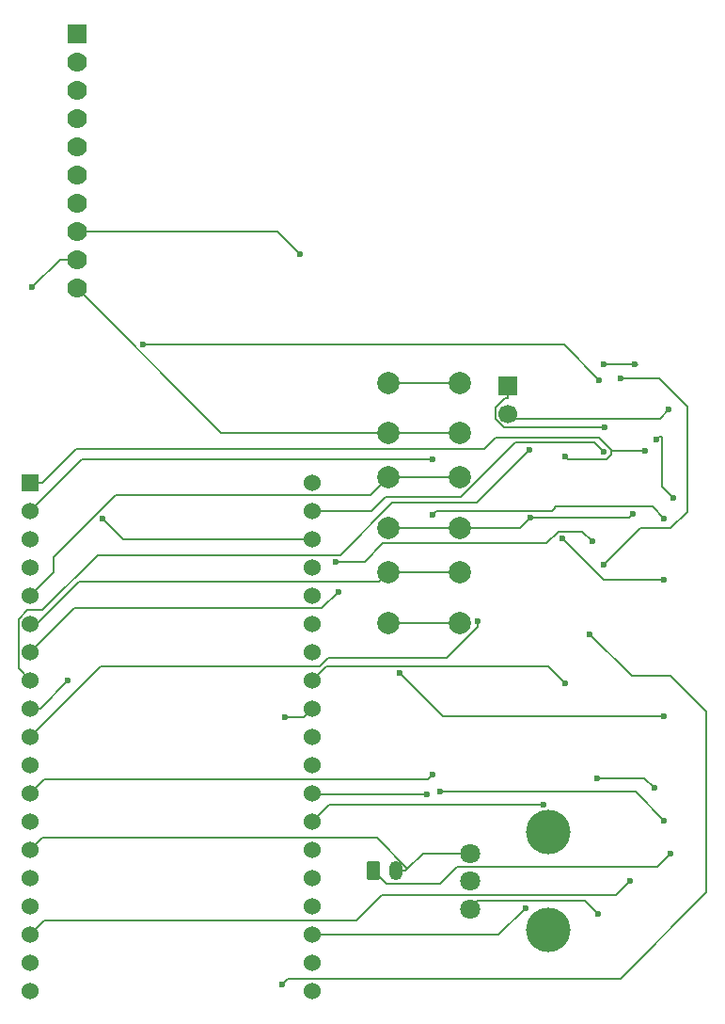
<source format=gbr>
%TF.GenerationSoftware,KiCad,Pcbnew,9.0.5*%
%TF.CreationDate,2025-11-09T15:59:44-08:00*%
%TF.ProjectId,Radio,52616469-6f2e-46b6-9963-61645f706362,rev?*%
%TF.SameCoordinates,Original*%
%TF.FileFunction,Copper,L2,Bot*%
%TF.FilePolarity,Positive*%
%FSLAX46Y46*%
G04 Gerber Fmt 4.6, Leading zero omitted, Abs format (unit mm)*
G04 Created by KiCad (PCBNEW 9.0.5) date 2025-11-09 15:59:44*
%MOMM*%
%LPD*%
G01*
G04 APERTURE LIST*
G04 Aperture macros list*
%AMRoundRect*
0 Rectangle with rounded corners*
0 $1 Rounding radius*
0 $2 $3 $4 $5 $6 $7 $8 $9 X,Y pos of 4 corners*
0 Add a 4 corners polygon primitive as box body*
4,1,4,$2,$3,$4,$5,$6,$7,$8,$9,$2,$3,0*
0 Add four circle primitives for the rounded corners*
1,1,$1+$1,$2,$3*
1,1,$1+$1,$4,$5*
1,1,$1+$1,$6,$7*
1,1,$1+$1,$8,$9*
0 Add four rect primitives between the rounded corners*
20,1,$1+$1,$2,$3,$4,$5,0*
20,1,$1+$1,$4,$5,$6,$7,0*
20,1,$1+$1,$6,$7,$8,$9,0*
20,1,$1+$1,$8,$9,$2,$3,0*%
G04 Aperture macros list end*
%TA.AperFunction,Conductor*%
%ADD10C,0.200000*%
%TD*%
%TA.AperFunction,ComponentPad*%
%ADD11RoundRect,0.250000X-0.350000X-0.625000X0.350000X-0.625000X0.350000X0.625000X-0.350000X0.625000X0*%
%TD*%
%TA.AperFunction,ComponentPad*%
%ADD12O,1.200000X1.750000*%
%TD*%
%TA.AperFunction,ComponentPad*%
%ADD13C,2.000000*%
%TD*%
%TA.AperFunction,ComponentPad*%
%ADD14R,1.778000X1.778000*%
%TD*%
%TA.AperFunction,ComponentPad*%
%ADD15C,1.778000*%
%TD*%
%TA.AperFunction,WasherPad*%
%ADD16C,4.000000*%
%TD*%
%TA.AperFunction,ComponentPad*%
%ADD17C,1.800000*%
%TD*%
%TA.AperFunction,ComponentPad*%
%ADD18R,1.530000X1.530000*%
%TD*%
%TA.AperFunction,ComponentPad*%
%ADD19C,1.530000*%
%TD*%
%TA.AperFunction,ComponentPad*%
%ADD20R,1.700000X1.700000*%
%TD*%
%TA.AperFunction,ComponentPad*%
%ADD21C,1.700000*%
%TD*%
%TA.AperFunction,ViaPad*%
%ADD22C,0.600000*%
%TD*%
G04 APERTURE END LIST*
D10*
%TO.N,GND*%
X181000000Y-80250000D02*
X184000000Y-80250000D01*
%TD*%
D11*
%TO.P,BT1,1,+*%
%TO.N,Net-(BT1-+)*%
X160250000Y-125800000D03*
D12*
%TO.P,BT1,2,-*%
%TO.N,GND*%
X162250000Y-125800000D03*
%TD*%
D13*
%TO.P,SW2,1,1*%
%TO.N,Net-(U6-IO34)*%
X161557500Y-90430000D03*
X168057500Y-90430000D03*
%TO.P,SW2,2,2*%
%TO.N,GND*%
X161557500Y-94930000D03*
X168057500Y-94930000D03*
%TD*%
D14*
%TO.P,U5,1,LITE*%
%TO.N,+3V3*%
X133532500Y-50505000D03*
D15*
%TO.P,U5,2,MISO*%
%TO.N,unconnected-(U5-MISO-Pad2)*%
X133532500Y-53045000D03*
%TO.P,U5,3,SCK*%
%TO.N,Net-(U5-SCK)*%
X133532500Y-55585000D03*
%TO.P,U5,4,MOSI*%
%TO.N,Net-(U5-MOSI)*%
X133532500Y-58125000D03*
%TO.P,U5,5,TFT_CS*%
%TO.N,Net-(U5-TFT_CS)*%
X133532500Y-60665000D03*
%TO.P,U5,6,CARD_CS*%
%TO.N,unconnected-(U5-CARD_CS-Pad6)*%
X133532500Y-63205000D03*
%TO.P,U5,7,D/C*%
%TO.N,Net-(U5-D{slash}C)*%
X133532500Y-65745000D03*
%TO.P,U5,8,RESET*%
%TO.N,Net-(U5-RESET)*%
X133532500Y-68285000D03*
%TO.P,U5,9,VCC*%
%TO.N,+3V3*%
X133532500Y-70825000D03*
%TO.P,U5,10,GND*%
%TO.N,GND*%
X133532500Y-73365000D03*
%TD*%
D16*
%TO.P,RV1,*%
%TO.N,*%
X175950000Y-122350000D03*
X175950000Y-131150000D03*
D17*
%TO.P,RV1,1,1*%
%TO.N,+3V3*%
X168950000Y-129250000D03*
%TO.P,RV1,2,2*%
%TO.N,Net-(U6-IO16)*%
X168950000Y-126750000D03*
%TO.P,RV1,3,3*%
%TO.N,GND*%
X168950000Y-124250000D03*
%TD*%
D13*
%TO.P,SW3,1,1*%
%TO.N,Net-(U6-IO35)*%
X161557500Y-98980000D03*
X168057500Y-98980000D03*
%TO.P,SW3,2,2*%
%TO.N,GND*%
X161557500Y-103480000D03*
X168057500Y-103480000D03*
%TD*%
D18*
%TO.P,U6,1,3V3*%
%TO.N,+3V3*%
X129350000Y-90900000D03*
D19*
%TO.P,U6,2,EN*%
%TO.N,Net-(U6-EN)*%
X129350000Y-93440000D03*
%TO.P,U6,3,SENSOR_VP*%
%TO.N,unconnected-(U6-SENSOR_VP-Pad3)*%
X129350000Y-95980000D03*
%TO.P,U6,4,SENSOR_VN*%
%TO.N,unconnected-(U6-SENSOR_VN-Pad4)*%
X129350000Y-98520000D03*
%TO.P,U6,5,IO34*%
%TO.N,Net-(U6-IO34)*%
X129350000Y-101060000D03*
%TO.P,U6,6,IO35*%
%TO.N,Net-(U6-IO35)*%
X129350000Y-103600000D03*
%TO.P,U6,7,IO32*%
%TO.N,Net-(U6-IO32)*%
X129350000Y-106140000D03*
%TO.P,U6,8,IO33*%
%TO.N,Net-(MK2-WS)*%
X129350000Y-108680000D03*
%TO.P,U6,9,IO25*%
%TO.N,Net-(MK2-SCK)*%
X129350000Y-111220000D03*
%TO.P,U6,10,IO26*%
%TO.N,Net-(MK2-SD)*%
X129350000Y-113760000D03*
%TO.P,U6,11,IO27*%
%TO.N,unconnected-(U6-IO27-Pad11)*%
X129350000Y-116300000D03*
%TO.P,U6,12,IO14*%
%TO.N,Net-(U2-~{RESET})*%
X129350000Y-118840000D03*
%TO.P,U6,13,IO12*%
%TO.N,Net-(U5-MOSI)*%
X129350000Y-121380000D03*
%TO.P,U6,14,GND1*%
%TO.N,GND*%
X129350000Y-123920000D03*
%TO.P,U6,15,IO13*%
%TO.N,Net-(U5-D{slash}C)*%
X129350000Y-126460000D03*
%TO.P,U6,16,SD2*%
%TO.N,unconnected-(U6-SD2-Pad16)*%
X129350000Y-129000000D03*
%TO.P,U6,17,SD3*%
%TO.N,Net-(U3-LRCLK)*%
X129350000Y-131540000D03*
%TO.P,U6,18,CMD*%
%TO.N,unconnected-(U6-CMD-Pad18)*%
X129350000Y-134080000D03*
%TO.P,U6,19,EXT_5V*%
%TO.N,unconnected-(U6-EXT_5V-Pad19)*%
X129350000Y-136620000D03*
%TO.P,U6,20,CLK*%
%TO.N,Net-(U5-SCK)*%
X154750000Y-136620000D03*
%TO.P,U6,21,SD0*%
%TO.N,unconnected-(U6-SD0-Pad21)*%
X154750000Y-134080000D03*
%TO.P,U6,22,SD1*%
%TO.N,Net-(U3-DIN)*%
X154750000Y-131540000D03*
%TO.P,U6,23,IO15*%
%TO.N,Net-(U5-RESET)*%
X154750000Y-129000000D03*
%TO.P,U6,24,IO2*%
%TO.N,Net-(U3-BCLK)*%
X154750000Y-126460000D03*
%TO.P,U6,25,IO0*%
%TO.N,unconnected-(U6-IO0-Pad25)*%
X154750000Y-123920000D03*
%TO.P,U6,26,IO4*%
%TO.N,Net-(U2-DIO0)*%
X154750000Y-121380000D03*
%TO.P,U6,27,IO16*%
%TO.N,Net-(U6-IO16)*%
X154750000Y-118840000D03*
%TO.P,U6,28,IO17*%
%TO.N,unconnected-(U6-IO17-Pad28)*%
X154750000Y-116300000D03*
%TO.P,U6,29,IO5*%
%TO.N,Net-(U2-NSS)*%
X154750000Y-113760000D03*
%TO.P,U6,30,IO18*%
%TO.N,Net-(U2-SCK)*%
X154750000Y-111220000D03*
%TO.P,U6,31,IO19*%
%TO.N,Net-(U2-MISO)*%
X154750000Y-108680000D03*
%TO.P,U6,32,GND2*%
%TO.N,unconnected-(U6-GND2-Pad32)*%
X154750000Y-106140000D03*
%TO.P,U6,33,IO21*%
%TO.N,unconnected-(U6-IO21-Pad33)*%
X154750000Y-103600000D03*
%TO.P,U6,34,RXD0*%
%TO.N,unconnected-(U6-RXD0-Pad34)*%
X154750000Y-101060000D03*
%TO.P,U6,35,TXD0*%
%TO.N,unconnected-(U6-TXD0-Pad35)*%
X154750000Y-98520000D03*
%TO.P,U6,36,IO22*%
%TO.N,Net-(U5-TFT_CS)*%
X154750000Y-95980000D03*
%TO.P,U6,37,IO23*%
%TO.N,Net-(U2-MOSI)*%
X154750000Y-93440000D03*
%TO.P,U6,38,GND3*%
%TO.N,unconnected-(U6-GND3-Pad38)*%
X154750000Y-90900000D03*
%TD*%
D20*
%TO.P,LS1,1,1*%
%TO.N,Net-(C2-Pad2)*%
X172377500Y-82150000D03*
D21*
%TO.P,LS1,2,2*%
%TO.N,Net-(U3-OUTN)*%
X172377500Y-84690000D03*
%TD*%
D13*
%TO.P,SW1,1,1*%
%TO.N,Net-(U6-IO32)*%
X161557500Y-81880000D03*
X168057500Y-81880000D03*
%TO.P,SW1,2,2*%
%TO.N,GND*%
X161557500Y-86380000D03*
X168057500Y-86380000D03*
%TD*%
D22*
%TO.N,GND*%
X183612600Y-93698100D03*
X181000000Y-80250000D03*
X183750000Y-80250000D03*
X174343900Y-94058900D03*
%TO.N,Net-(BT1-+)*%
X186998000Y-124240000D03*
%TO.N,Net-(U4-VI)*%
X162601000Y-108009000D03*
X186410000Y-111893000D03*
%TO.N,Net-(C2-Pad2)*%
X185561600Y-118356900D03*
X181073000Y-85927300D03*
X180425400Y-117456200D03*
%TO.N,Net-(U3-OUTP)*%
X187250000Y-92250000D03*
X185750000Y-87000000D03*
%TO.N,Net-(U4-VO)*%
X166279000Y-118666000D03*
X186410000Y-121250000D03*
%TO.N,+3V3*%
X180457900Y-129707800D03*
X129547000Y-73293000D03*
X184690000Y-87997600D03*
X177481800Y-88503100D03*
%TO.N,Net-(U3-OUTN)*%
X186844000Y-84296900D03*
%TO.N,Net-(MK2-SD)*%
X169601000Y-103310000D03*
%TO.N,Net-(MK2-SCK)*%
X139538800Y-78488400D03*
X132766200Y-108702400D03*
X180548000Y-81628000D03*
%TO.N,Net-(MK2-WS)*%
X174286000Y-87919400D03*
%TO.N,Net-(U6-EN)*%
X186410000Y-94077400D03*
X165577400Y-88792400D03*
X165573400Y-93805000D03*
%TO.N,Net-(U6-IO16)*%
X165027400Y-118928700D03*
%TO.N,Net-(U6-IO32)*%
X157101800Y-100695200D03*
%TO.N,Net-(U2-MISO)*%
X177482000Y-108923000D03*
%TO.N,Net-(U2-NSS)*%
X179946400Y-96182200D03*
X156826100Y-98006900D03*
%TO.N,Net-(U2-SCK)*%
X179750000Y-104500000D03*
X152000000Y-136000000D03*
X152250000Y-112000000D03*
%TO.N,Net-(U2-~{RESET})*%
X165572000Y-117156000D03*
%TO.N,Net-(U2-DIO0)*%
X175558000Y-119833000D03*
%TO.N,Net-(U2-MOSI)*%
X181023000Y-88139000D03*
%TO.N,Net-(U3-DIN)*%
X182500000Y-81500000D03*
X173923000Y-129126000D03*
X181000000Y-98250000D03*
%TO.N,Net-(U3-LRCLK)*%
X183360000Y-126739000D03*
%TO.N,Net-(U5-TFT_CS)*%
X135816000Y-94077400D03*
%TO.N,Net-(U5-RESET)*%
X153673000Y-70323800D03*
%TO.N,Net-(J1-In)*%
X186404000Y-99618100D03*
X177259000Y-95923000D03*
%TD*%
D10*
%TO.N,GND*%
X162250000Y-125800000D02*
X163152000Y-125800000D01*
X168058000Y-103480000D02*
X161558000Y-103480000D01*
X183251800Y-94058900D02*
X174343900Y-94058900D01*
X133532500Y-73365000D02*
X133532300Y-73365200D01*
X161557500Y-94930000D02*
X161558000Y-94930000D01*
X161557500Y-86380000D02*
X161558000Y-86380000D01*
X168057500Y-86380000D02*
X161557500Y-86380000D01*
X163318100Y-125633900D02*
X160537500Y-122853300D01*
X130416700Y-122853300D02*
X129350000Y-123920000D01*
X161557500Y-103480000D02*
X161558000Y-103480000D01*
X173472800Y-94930000D02*
X174343900Y-94058900D01*
X160537500Y-122853300D02*
X130416700Y-122853300D01*
X168058000Y-94930000D02*
X173472800Y-94930000D01*
X133532000Y-73365000D02*
X133532300Y-73365200D01*
X161558000Y-94930000D02*
X168057500Y-94930000D01*
X146548000Y-86380000D02*
X161557500Y-86380000D01*
X133532300Y-73365200D02*
X146548000Y-86380000D01*
X183612600Y-93698100D02*
X183251800Y-94058900D01*
X164702000Y-124250000D02*
X168950000Y-124250000D01*
X168057500Y-94930000D02*
X168058000Y-94930000D01*
X163318100Y-125633900D02*
X164702000Y-124250000D01*
X163152000Y-125800000D02*
X163318100Y-125633900D01*
%TO.N,Net-(BT1-+)*%
X185775000Y-125463000D02*
X167808000Y-125463000D01*
X166279000Y-126992000D02*
X161442000Y-126992000D01*
X161442000Y-126992000D02*
X160250000Y-125800000D01*
X186998000Y-124240000D02*
X185775000Y-125463000D01*
X167808000Y-125463000D02*
X166279000Y-126992000D01*
%TO.N,Net-(U4-VI)*%
X186410000Y-111893000D02*
X166484000Y-111893000D01*
X166484000Y-111893000D02*
X162601000Y-108009000D01*
%TO.N,Net-(C2-Pad2)*%
X172377500Y-82150000D02*
X172377500Y-83301700D01*
X172089500Y-83301700D02*
X172377500Y-83301700D01*
X171978700Y-85927300D02*
X171225800Y-85174400D01*
X180425400Y-117456200D02*
X184660900Y-117456200D01*
X181073000Y-85927300D02*
X171978700Y-85927300D01*
X171225800Y-84165400D02*
X172089500Y-83301700D01*
X171225800Y-85174400D02*
X171225800Y-84165400D01*
X184660900Y-117456200D02*
X185561600Y-118356900D01*
%TO.N,Net-(U3-OUTP)*%
X186250000Y-91250000D02*
X186250000Y-91000000D01*
X186000000Y-86750000D02*
X185750000Y-87000000D01*
X186250000Y-86750000D02*
X186000000Y-86750000D01*
X187250000Y-92250000D02*
X186250000Y-91250000D01*
X186250000Y-91000000D02*
X186250000Y-86750000D01*
%TO.N,Net-(U4-VO)*%
X183826000Y-118666000D02*
X186410000Y-121250000D01*
X166279000Y-118666000D02*
X183826000Y-118666000D01*
%TO.N,+3V3*%
X177481800Y-88503100D02*
X177725600Y-88746900D01*
X181657400Y-88367100D02*
X181657400Y-87997600D01*
X180457900Y-129707800D02*
X179274400Y-128524300D01*
X181657400Y-87997600D02*
X184690000Y-87997600D01*
X133532000Y-70825000D02*
X132015000Y-70825000D01*
X181657400Y-87907800D02*
X180577500Y-86827900D01*
X181657400Y-87997600D02*
X181657400Y-87907800D01*
X179274400Y-128524300D02*
X169675700Y-128524300D01*
X169675700Y-128524300D02*
X168950000Y-129250000D01*
X177725600Y-88746900D02*
X181277600Y-88746900D01*
X133455500Y-87861200D02*
X130416700Y-90900000D01*
X132015000Y-70825000D02*
X129547000Y-73293000D01*
X171248600Y-86827900D02*
X170215300Y-87861200D01*
X133532500Y-70825000D02*
X133532000Y-70825000D01*
X181277600Y-88746900D02*
X181657400Y-88367100D01*
X180577500Y-86827900D02*
X171248600Y-86827900D01*
X129350000Y-90900000D02*
X130416700Y-90900000D01*
X170215300Y-87861200D02*
X133455500Y-87861200D01*
%TO.N,Net-(U3-OUTN)*%
X172378000Y-84690000D02*
X172583000Y-84895100D01*
X172583000Y-84895100D02*
X172582600Y-84895100D01*
X172788000Y-85100200D02*
X186041000Y-85100200D01*
X172583000Y-84895100D02*
X172788000Y-85100200D01*
X186041000Y-85100200D02*
X186844000Y-84296900D01*
X172582600Y-84895100D02*
X172377500Y-84690000D01*
%TO.N,Net-(MK2-SD)*%
X169601000Y-103310000D02*
X169601000Y-103850000D01*
X169601000Y-103850000D02*
X166831000Y-106620000D01*
X156211000Y-106620000D02*
X155420000Y-107410000D01*
X166831000Y-106620000D02*
X156211000Y-106620000D01*
X135700000Y-107410000D02*
X129350000Y-113760000D01*
X155420000Y-107410000D02*
X135700000Y-107410000D01*
%TO.N,Net-(MK2-SCK)*%
X139538800Y-78488400D02*
X177408400Y-78488400D01*
X129350000Y-111220000D02*
X130248600Y-111220000D01*
X177408400Y-78488400D02*
X180548000Y-81628000D01*
X130248600Y-111220000D02*
X132766200Y-108702400D01*
%TO.N,Net-(MK2-WS)*%
X157264000Y-97382600D02*
X161967000Y-92680000D01*
X130479000Y-102330000D02*
X135426000Y-97382600D01*
X129092000Y-102330000D02*
X130479000Y-102330000D01*
X129350000Y-108680000D02*
X128283000Y-107613000D01*
X169525000Y-92680000D02*
X174286000Y-87919400D01*
X135426000Y-97382600D02*
X157264000Y-97382600D01*
X161967000Y-92680000D02*
X169525000Y-92680000D01*
X128283000Y-107613000D02*
X128283000Y-103139000D01*
X128283000Y-103139000D02*
X129092000Y-102330000D01*
%TO.N,Net-(U6-EN)*%
X176457100Y-93279200D02*
X176290800Y-93445500D01*
X176692500Y-93043800D02*
X176457100Y-93279200D01*
X129350000Y-93440000D02*
X133997600Y-88792400D01*
X165932900Y-93445500D02*
X165573400Y-93805000D01*
X133997600Y-88792400D02*
X165577400Y-88792400D01*
X186410000Y-94077400D02*
X185376400Y-93043800D01*
X185376400Y-93043800D02*
X176692500Y-93043800D01*
X176290800Y-93445500D02*
X165932900Y-93445500D01*
X176457100Y-93279200D02*
X176290800Y-93445500D01*
%TO.N,Net-(U6-IO16)*%
X165027400Y-118928700D02*
X154838700Y-118928700D01*
X154838700Y-118928700D02*
X154750000Y-118840000D01*
%TO.N,Net-(U6-IO32)*%
X161557500Y-81880000D02*
X161558000Y-81880000D01*
X133292600Y-102197400D02*
X155599600Y-102197400D01*
X161558000Y-81880000D02*
X168057500Y-81880000D01*
X168057500Y-81880000D02*
X168058000Y-81880000D01*
X155599600Y-102197400D02*
X157101800Y-100695200D01*
X129350000Y-106140000D02*
X133292600Y-102197400D01*
%TO.N,Net-(U6-IO34)*%
X161557500Y-90430000D02*
X161557600Y-90430000D01*
X161557800Y-90430200D02*
X161558000Y-90430000D01*
X161558000Y-90430000D02*
X168057500Y-90430000D01*
X137058000Y-91980000D02*
X160008000Y-91980000D01*
X168057500Y-90430000D02*
X168058000Y-90430000D01*
X129350000Y-101060000D02*
X131445000Y-98965400D01*
X161557600Y-90430000D02*
X161557800Y-90430200D01*
X160008000Y-91980000D02*
X161557800Y-90430200D01*
X131445000Y-97593200D02*
X137058000Y-91980000D01*
X131445000Y-98965400D02*
X131445000Y-97593200D01*
%TO.N,Net-(U6-IO35)*%
X161557500Y-98980000D02*
X161557600Y-98980000D01*
X133728000Y-99790000D02*
X160748000Y-99790000D01*
X129918000Y-103600000D02*
X133728000Y-99790000D01*
X161557800Y-98980200D02*
X161558000Y-98980000D01*
X160748000Y-99790000D02*
X161557800Y-98980200D01*
X168057500Y-98980000D02*
X168058000Y-98980000D01*
X129350000Y-103600000D02*
X129918000Y-103600000D01*
X161558000Y-98980000D02*
X168057500Y-98980000D01*
X161557600Y-98980000D02*
X161557800Y-98980200D01*
%TO.N,Net-(U2-MISO)*%
X175964000Y-107405000D02*
X177482000Y-108923000D01*
X156025000Y-107405000D02*
X175964000Y-107405000D01*
X154750000Y-108680000D02*
X156025000Y-107405000D01*
%TO.N,Net-(U2-NSS)*%
X161117400Y-96351900D02*
X175829900Y-96351900D01*
X176887400Y-95294400D02*
X179058600Y-95294400D01*
X175829900Y-96351900D02*
X176887400Y-95294400D01*
X156826100Y-98006900D02*
X159462400Y-98006900D01*
X179058600Y-95294400D02*
X179946400Y-96182200D01*
X159462400Y-98006900D02*
X161117400Y-96351900D01*
%TO.N,Net-(U2-SCK)*%
X190250000Y-127750000D02*
X182500000Y-135500000D01*
X190250000Y-111500000D02*
X190250000Y-127750000D01*
X179750000Y-104500000D02*
X183500000Y-108250000D01*
X152500000Y-135500000D02*
X152000000Y-136000000D01*
X183500000Y-108250000D02*
X187000000Y-108250000D01*
X152250000Y-112000000D02*
X153970000Y-112000000D01*
X182500000Y-135500000D02*
X152500000Y-135500000D01*
X187000000Y-108250000D02*
X190250000Y-111500000D01*
X153970000Y-112000000D02*
X154750000Y-111220000D01*
%TO.N,Net-(U2-~{RESET})*%
X165158000Y-117570000D02*
X130620000Y-117570000D01*
X130620000Y-117570000D02*
X129350000Y-118840000D01*
X165572000Y-117156000D02*
X165158000Y-117570000D01*
%TO.N,Net-(U2-DIO0)*%
X156297000Y-119833000D02*
X175558000Y-119833000D01*
X154750000Y-121380000D02*
X156297000Y-119833000D01*
%TO.N,Net-(U2-MOSI)*%
X180167000Y-87282600D02*
X173046000Y-87282600D01*
X181023000Y-88139000D02*
X180167000Y-87282600D01*
X173046000Y-87282600D02*
X168148000Y-92180000D01*
X168148000Y-92180000D02*
X161302000Y-92180000D01*
X161302000Y-92180000D02*
X160042000Y-93440000D01*
X160042000Y-93440000D02*
X154750000Y-93440000D01*
%TO.N,Net-(U3-DIN)*%
X184250000Y-95000000D02*
X187000000Y-95000000D01*
X181000000Y-98250000D02*
X184250000Y-95000000D01*
X173923000Y-129126000D02*
X171509000Y-131540000D01*
X188500000Y-93500000D02*
X188500000Y-84000000D01*
X186000000Y-81500000D02*
X182500000Y-81500000D01*
X171509000Y-131540000D02*
X154750000Y-131540000D01*
X188500000Y-84000000D02*
X186000000Y-81500000D01*
X187000000Y-95000000D02*
X188500000Y-93500000D01*
%TO.N,Net-(U3-LRCLK)*%
X182099000Y-128000000D02*
X160986000Y-128000000D01*
X158716000Y-130270000D02*
X130620000Y-130270000D01*
X130620000Y-130270000D02*
X129350000Y-131540000D01*
X183360000Y-126739000D02*
X182099000Y-128000000D01*
X160986000Y-128000000D02*
X158716000Y-130270000D01*
%TO.N,Net-(U5-TFT_CS)*%
X135816000Y-94077400D02*
X137719000Y-95980000D01*
X137719000Y-95980000D02*
X154750000Y-95980000D01*
%TO.N,Net-(U5-RESET)*%
X153673000Y-70323800D02*
X151634000Y-68285000D01*
X133532500Y-68285000D02*
X133532000Y-68285000D01*
X151634000Y-68285000D02*
X133532500Y-68285000D01*
%TO.N,Net-(J1-In)*%
X177259000Y-95923000D02*
X180954000Y-99618100D01*
X180954000Y-99618100D02*
X186404000Y-99618100D01*
%TD*%
M02*

</source>
